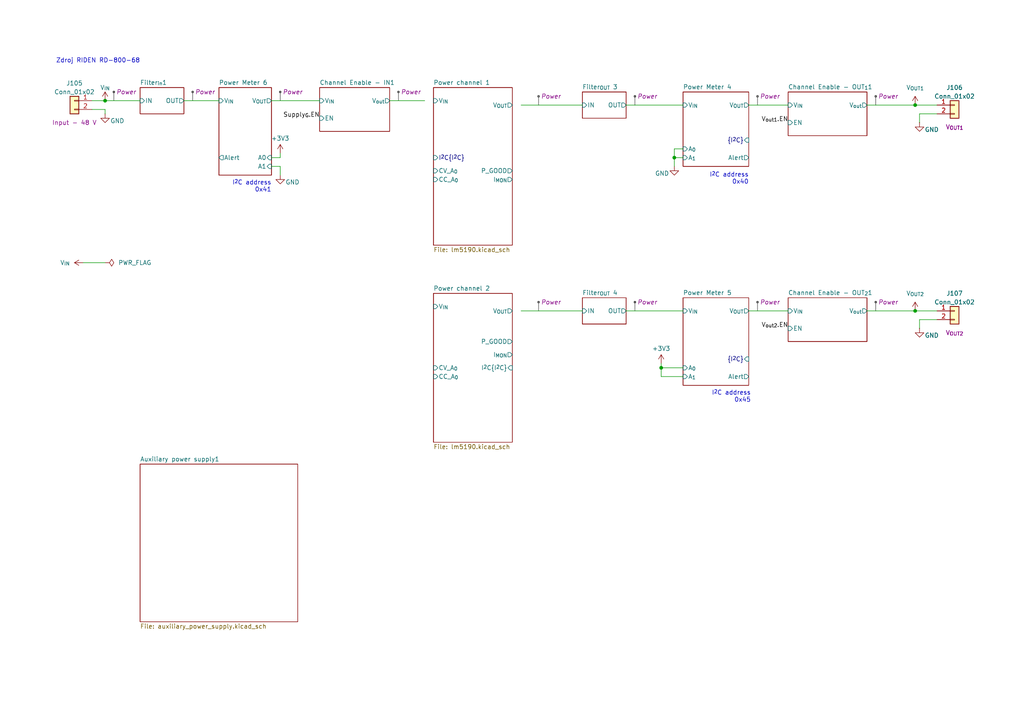
<source format=kicad_sch>
(kicad_sch (version 20250114) (generator "eeschema") (generator_version "9.0")
  (paper "A4")
  (title_block (title "${PROJECTNAME}") (date "2025-11-22") (rev "A.1") (company "David Haisman"))
  (lib_symbols
    (symbol "Connector_Generic:Conn_01x02" (pin_names (offset 1.016) (hide yes))
      (property "Reference" "J" (at 0 2.54 0))
      (property "Value" "Conn_01x02" (at 0 -5.08 0))
      (symbol "Conn_01x02_1_1"
        (rectangle (start -1.27 1.27) (end 1.27 -3.81) (stroke (width 0.254)) (fill (type background)))
        (rectangle (start -1.27 0.127) (end 0 -0.127) (stroke (width 0.1524)))
        (rectangle (start -1.27 -2.413) (end 0 -2.667) (stroke (width 0.1524)))
        (pin passive line (at -5.08 0 0) (length 3.81) (name "Pin_1") (number "1"))
        (pin passive line (at -5.08 -2.54 0) (length 3.81) (name "Pin_2") (number "2"))
      )
    )
    (symbol "Connector_Generic:Conn_01x06" (pin_names (offset 1.016) (hide yes))
      (property "Reference" "J" (at 0 7.62 0))
      (property "Value" "Conn_01x06" (at 0 -10.16 0))
      (symbol "Conn_01x06_1_1"
        (rectangle (start -1.27 6.35) (end 1.27 -8.89) (stroke (width 0.254)) (fill (type background)))
        (rectangle (start -1.27 5.207) (end 0 4.953) (stroke (width 0.1524)))
        (rectangle (start -1.27 2.667) (end 0 2.413) (stroke (width 0.1524)))
        (rectangle (start -1.27 0.127) (end 0 -0.127) (stroke (width 0.1524)))
        (rectangle (start -1.27 -2.413) (end 0 -2.667) (stroke (width 0.1524)))
        (rectangle (start -1.27 -4.953) (end 0 -5.207) (stroke (width 0.1524)))
        (rectangle (start -1.27 -7.493) (end 0 -7.747) (stroke (width 0.1524)))
        (pin passive line (at -5.08 5.08 0) (length 3.81) (name "Pin_1") (number "1"))
        (pin passive line (at -5.08 2.54 0) (length 3.81) (name "Pin_2") (number "2"))
        (pin passive line (at -5.08 0 0) (length 3.81) (name "Pin_3") (number "3"))
        (pin passive line (at -5.08 -2.54 0) (length 3.81) (name "Pin_4") (number "4"))
        (pin passive line (at -5.08 -5.08 0) (length 3.81) (name "Pin_5") (number "5"))
        (pin passive line (at -5.08 -7.62 0) (length 3.81) (name "Pin_6") (number "6"))
      )
    )
    (symbol "Device:R" (pin_numbers (hide yes)) (pin_names (offset 0))
      (property "Reference" "R" (at 2.032 0 90))
      (property "Value" "R" (at 0 0 90))
      (symbol "R_0_1"
        (rectangle (start -1.016 -2.54) (end 1.016 2.54) (stroke (width 0.254)))
      )
      (symbol "R_1_1"
        (pin passive line (at 0 3.81 270) (length 1.27) (name "~") (number "1"))
        (pin passive line (at 0 -3.81 90) (length 1.27) (name "~") (number "2"))
      )
    )
    (symbol "Power_supply:V_{IN}" (power) (pin_numbers (hide yes)) (pin_names (offset 0) (hide yes))
      (property "Value" "V_{IN}" (at 0 3.556 0))
      (symbol "V_{IN}_0_1"
        (polyline (pts (xy -0.762 1.27) (xy 0 2.54)))
        (polyline (pts (xy 0 2.54) (xy 0.762 1.27)))
        (polyline (pts (xy 0 0) (xy 0 2.54)))
      )
      (symbol "V_{IN}_1_1"
        (pin power_in line (at 0 0 90) (length 0) (name "~") (number "1"))
      )
    )
    (symbol "power:+3V3" (power) (pin_names (offset 0))
      (property "Value" "+3V3" (at 0 3.556 0))
      (symbol "+3V3_0_1"
        (polyline (pts (xy -0.762 1.27) (xy 0 2.54)))
        (polyline (pts (xy 0 2.54) (xy 0.762 1.27)))
        (polyline (pts (xy 0 0) (xy 0 2.54)))
      )
      (symbol "+3V3_1_1"
        (pin power_in line (at 0 0 90) (length 0) (hide yes) (name "+3V3") (number "1"))
      )
    )
    (symbol "power:+5V" (power) (pin_numbers (hide yes)) (pin_names (offset 0) (hide yes))
      (property "Value" "+5V" (at 0 3.556 0))
      (symbol "+5V_0_1"
        (polyline (pts (xy -0.762 1.27) (xy 0 2.54)))
        (polyline (pts (xy 0 2.54) (xy 0.762 1.27)))
        (polyline (pts (xy 0 0) (xy 0 2.54)))
      )
      (symbol "+5V_1_1"
        (pin power_in line (at 0 0 90) (length 0) (name "~") (number "1"))
      )
    )
    (symbol "power:GND" (power) (pin_numbers (hide yes)) (pin_names (offset 0) (hide yes))
      (property "Value" "GND" (at 0 -3.81 0))
      (symbol "GND_0_1"
        (polyline (pts (xy 0 0) (xy 0 -1.27) (xy 1.27 -1.27) (xy 0 -2.54) (xy -1.27 -1.27) (xy 0 -1.27)))
      )
      (symbol "GND_1_1"
        (pin power_in line (at 0 0 270) (length 0) (name "~") (number "1"))
      )
    )
    (symbol "power:PWR_FLAG" (power) (pin_numbers (hide yes)) (pin_names (offset 0) (hide yes))
      (property "Value" "PWR_FLAG" (at 0 3.81 0))
      (symbol "PWR_FLAG_0_0"
        (pin power_out line (at 0 0 90) (length 0) (name "pwr") (number "1"))
      )
      (symbol "PWR_FLAG_0_1"
        (polyline (pts (xy 0 0) (xy 0 1.27) (xy -1.016 1.905) (xy 0 2.54) (xy 1.016 1.905) (xy 0 1.27)))
      )
    )
  )
  (bus_alias "I^{2}C" (members "SDA" "SCL"))
  (text "I^{2}C address\n0x41" (at 78.74 55.88 0) (effects (font (size 1.27 1.27)) (justify right bottom)))
  (text "I^{2}C address\n0x??" (at 179.07 -55.626 0) (effects (font (size 1.27 1.27)) (justify right bottom)))
  (text "I^{2}C address\n0x40" (at 217.17 53.594 0) (effects (font (size 1.27 1.27)) (justify right bottom)))
  (text "I^{2}C address\n0x41" (at 76.2 -134.62 0) (effects (font (size 1.27 1.27)) (justify right bottom)))
  (text "I^{2}C address\n0x??" (at 179.07 -115.316 0) (effects (font (size 1.27 1.27)) (justify right bottom)))
  (text "Zdroj RIDEN RD-800-68" (at 40.64 18.415 0) (effects (font (size 1.27 1.27)) (justify right bottom)))
  (text "I^{2}C address\n0x40" (at 214.63 -136.906 0) (effects (font (size 1.27 1.27)) (justify right bottom)))
  (text "Zdroj RIDEN RD-800-68" (at 38.1 -172.085 0) (effects (font (size 1.27 1.27)) (justify right bottom)))
  (text "I^{2}C address\n0x45" (at 217.805 116.84 0) (effects (font (size 1.27 1.27)) (justify right bottom)))
  (text "I^{2}C address\n0x20" (at 147.32 -5.588 0) (effects (font (size 1.27 1.27)) (justify right bottom)))
  (text "I^{2}C address\n0x45" (at 215.265 -73.66 0) (effects (font (size 1.27 1.27)) (justify right bottom)))
  (junction (at 220.98 -83.82))
  (junction (at 265.43 30.48))
  (junction (at 153.67 -100.33))
  (junction (at 195.58 45.72))
  (junction (at 217.17 -144.78))
  (junction (at 265.43 90.17))
  (junction (at 247.65 -43.18))
  (junction (at 30.48 29.21))
  (junction (at 262.89 -160.02))
  (junction (at 256.54 -40.64))
  (junction (at 181.61 -124.46))
  (junction (at 262.89 -100.33))
  (junction (at 181.61 -67.31))
  (junction (at 153.67 -160.02))
  (junction (at 27.94 -161.29))
  (junction (at 191.77 106.68))
  (no_connect (at 147.32 -24.13))
  (no_connect (at 195.58 -144.78))
  (no_connect (at 147.32 -31.75))
  (no_connect (at 147.32 -29.21))
  (no_connect (at 147.32 -21.59))
  (no_connect (at 147.32 -13.97))
  (no_connect (at 147.32 -16.51))
  (no_connect (at 147.32 -36.83))
  (no_connect (at 147.32 -19.05))
  (no_connect (at 147.32 -26.67))
  (no_connect (at 195.58 -81.28))
  (bus_entry (at 232.41 -45.72) (size 2.54 2.54))
  (bus_entry (at 232.41 -43.18) (size 2.54 2.54))
  (wire (pts (xy 81.28 50.8) (xy 81.28 48.26)))
  (wire (pts (xy 264.16 -95.25) (xy 264.16 -97.79)))
  (wire (pts (xy 262.89 -100.33) (xy 269.24 -100.33)))
  (wire (pts (xy 153.67 -82.55) (xy 156.21 -82.55)))
  (wire (pts (xy 247.65 -46.99) (xy 247.65 -43.18)))
  (wire (pts (xy 234.95 -43.18) (xy 247.65 -43.18)))
  (wire (pts (xy 27.94 -157.48) (xy 27.94 -158.75)))
  (wire (pts (xy 148.59 -100.33) (xy 153.67 -100.33)))
  (wire (pts (xy 78.74 -139.7) (xy 78.74 -142.24)))
  (wire (pts (xy 266.7 35.56) (xy 266.7 33.02)))
  (wire (pts (xy 214.63 -83.82) (xy 220.98 -83.82)))
  (wire (pts (xy 153.67 -160.02) (xy 153.67 -142.24)))
  (wire (pts (xy 179.07 -127) (xy 181.61 -127)))
  (wire (pts (xy 220.98 -85.09) (xy 220.98 -83.82)))
  (wire (pts (xy 76.2 -161.29) (xy 90.17 -161.29)))
  (wire (pts (xy 153.67 -142.24) (xy 156.21 -142.24)))
  (wire (pts (xy 153.67 -160.02) (xy 166.37 -160.02)))
  (wire (pts (xy 248.92 -160.02) (xy 262.89 -160.02)))
  (wire (pts (xy 264.16 -157.48) (xy 269.24 -157.48)))
  (wire (pts (xy 251.46 30.48) (xy 265.43 30.48)))
  (wire (pts (xy 217.17 -147.32) (xy 217.17 -144.78)))
  (wire (pts (xy 264.16 -154.94) (xy 264.16 -157.48)))
  (wire (pts (xy 214.63 -100.33) (xy 226.06 -100.33)))
  (wire (pts (xy 265.43 30.48) (xy 271.78 30.48)))
  (wire (pts (xy 179.07 -160.02) (xy 195.58 -160.02)))
  (wire (pts (xy 24.13 -161.29) (xy 27.94 -161.29)))
  (wire (pts (xy 266.7 95.25) (xy 266.7 92.71)))
  (wire (pts (xy 256.54 -46.99) (xy 256.54 -40.64)))
  (wire (pts (xy 76.2 -142.24) (xy 78.74 -142.24)))
  (wire (pts (xy 181.61 -127) (xy 181.61 -124.46)))
  (wire (pts (xy 153.67 -100.33) (xy 166.37 -100.33)))
  (wire (pts (xy 234.95 -40.64) (xy 256.54 -40.64)))
  (wire (pts (xy 78.74 -146.05) (xy 78.74 -144.78)))
  (wire (pts (xy 217.17 -144.78) (xy 214.63 -144.78)))
  (wire (pts (xy 78.74 29.21) (xy 92.71 29.21)))
  (wire (pts (xy 247.65 -43.18) (xy 269.24 -43.18)))
  (wire (pts (xy 265.43 90.17) (xy 271.78 90.17)))
  (wire (pts (xy 181.61 -67.31) (xy 181.61 -64.77)))
  (wire (pts (xy 262.89 -160.02) (xy 269.24 -160.02)))
  (wire (pts (xy 27.94 -158.75) (xy 24.13 -158.75)))
  (wire (pts (xy 151.13 90.17) (xy 168.91 90.17)))
  (wire (pts (xy 153.67 -100.33) (xy 153.67 -82.55)))
  (wire (pts (xy 30.48 31.75) (xy 26.67 31.75)))
  (wire (pts (xy 217.17 90.17) (xy 228.6 90.17)))
  (wire (pts (xy 27.94 -161.29) (xy 38.1 -161.29)))
  (wire (pts (xy 78.74 45.72) (xy 81.28 45.72)))
  (wire (pts (xy 217.17 -142.24) (xy 217.17 -144.78)))
  (wire (pts (xy 256.54 -40.64) (xy 269.24 -40.64)))
  (wire (pts (xy 148.59 -64.77) (xy 156.21 -64.77)))
  (wire (pts (xy 198.12 43.18) (xy 195.58 43.18)))
  (wire (pts (xy 179.07 -67.31) (xy 181.61 -67.31)))
  (wire (pts (xy 50.8 -161.29) (xy 60.96 -161.29)))
  (wire (pts (xy 76.2 -144.78) (xy 78.74 -144.78)))
  (wire (pts (xy 181.61 90.17) (xy 198.12 90.17)))
  (wire (pts (xy 195.58 45.72) (xy 198.12 45.72)))
  (wire (pts (xy 220.98 -83.82) (xy 220.98 -81.28)))
  (wire (pts (xy 264.16 -97.79) (xy 269.24 -97.79)))
  (wire (pts (xy 214.63 -147.32) (xy 217.17 -147.32)))
  (wire (pts (xy 21.59 -114.3) (xy 27.94 -114.3)))
  (wire (pts (xy 181.61 -124.46) (xy 179.07 -124.46)))
  (wire (pts (xy 53.34 29.21) (xy 63.5 29.21)))
  (wire (pts (xy 26.67 29.21) (xy 30.48 29.21)))
  (wire (pts (xy 110.49 -161.29) (xy 120.65 -161.29)))
  (bus (pts (xy 179.07 -82.55) (xy 181.61 -82.55)))
  (wire (pts (xy 181.61 -121.92) (xy 181.61 -124.46)))
  (wire (pts (xy 30.48 29.21) (xy 40.64 29.21)))
  (wire (pts (xy 266.7 92.71) (xy 271.78 92.71)))
  (bus (pts (xy 232.41 -54.61) (xy 232.41 -45.72)))
  (wire (pts (xy 266.7 33.02) (xy 271.78 33.02)))
  (bus (pts (xy 232.41 -45.72) (xy 232.41 -43.18)))
  (bus (pts (xy 179.07 -142.24) (xy 181.61 -142.24)))
  (wire (pts (xy 151.13 30.48) (xy 168.91 30.48)))
  (wire (pts (xy 191.77 105.41) (xy 191.77 106.68)))
  (wire (pts (xy 30.48 33.02) (xy 30.48 31.75)))
  (wire (pts (xy 191.77 109.22) (xy 198.12 109.22)))
  (wire (pts (xy 148.59 -160.02) (xy 153.67 -160.02)))
  (wire (pts (xy 181.61 -68.58) (xy 181.61 -67.31)))
  (wire (pts (xy 181.61 30.48) (xy 198.12 30.48)))
  (wire (pts (xy 198.12 106.68) (xy 191.77 106.68)))
  (wire (pts (xy 217.17 30.48) (xy 228.6 30.48)))
  (wire (pts (xy 24.13 76.2) (xy 30.48 76.2)))
  (wire (pts (xy 251.46 90.17) (xy 265.43 90.17)))
  (wire (pts (xy 191.77 106.68) (xy 191.77 109.22)))
  (wire (pts (xy 148.59 -124.46) (xy 156.21 -124.46)))
  (wire (pts (xy 195.58 43.18) (xy 195.58 45.72)))
  (wire (pts (xy 179.07 -100.33) (xy 195.58 -100.33)))
  (wire (pts (xy 214.63 -160.02) (xy 226.06 -160.02)))
  (wire (pts (xy 181.61 -64.77) (xy 179.07 -64.77)))
  (wire (pts (xy 220.98 -81.28) (xy 214.63 -81.28)))
  (wire (pts (xy 113.03 29.21) (xy 123.19 29.21)))
  (wire (pts (xy 248.92 -100.33) (xy 262.89 -100.33)))
  (wire (pts (xy 195.58 48.26) (xy 195.58 45.72)))
  (wire (pts (xy 81.28 44.45) (xy 81.28 45.72)))
  (wire (pts (xy 78.74 48.26) (xy 81.28 48.26)))
  (label "{I^{2}C}" (at 232.41 -54.61 0))
  (label "Supply_{1}.PG" (at 147.32 -46.99 0))
  (label "V_{out2}.EN" (at 226.06 -95.25 180))
  (label "{I^{2}C}" (at 181.61 -142.24 0))
  (label "Supply_{1}.EN" (at 147.32 -52.07 0))
  (label "SDA" (at 234.95 -43.18 0))
  (label "~{INT_{TCA}}" (at 269.24 -38.1 180))
  (label "Supply_{G}.EN" (at 92.71 34.29 180))
  (label "V_{out2}.EN" (at 228.6 95.25 180))
  (label "~{INT_{TCA}}" (at 116.84 -13.97 180))
  (label "V_{out2}.EN" (at 147.32 -39.37 0))
  (label "Supply_{2}.PG" (at 120.65 -78.74 180))
  (label "Supply_{2}.EN" (at 120.65 -102.87 180))
  (label "Supply_{1}.EN" (at 120.65 -105.41 180))
  (label "Supply_{2}.EN" (at 147.32 -49.53 0))
  (label "SCL" (at 234.95 -40.64 0))
  (label "{I^{2}C}" (at 181.61 -82.55 0))
  (label "Supply_{2}.PG" (at 147.32 -44.45 0))
  (label "V_{out1}.EN" (at 228.6 35.56 180))
  (label "V_{out1}.EN" (at 147.32 -41.91 0))
  (label "Supply_{G}.EN" (at 147.32 -54.61 0))
  (label "V_{out1}.EN" (at 226.06 -154.94 180))
  (label "Supply_{1}.PG" (at 120.65 -81.28 180))
  (label "Supply_{G}.EN" (at 90.17 -156.21 180))
  (netclass_flag "" (length 2.54) (shape dot) (at 81.28 29.21 0) (property "Netclass" "Power" (at 81.9785 26.67 0) (effects (font (italic yes)) (justify left))))
  (netclass_flag "" (length 2.54) (shape dot) (at 55.88 29.21 0) (property "Netclass" "Power" (at 56.5785 26.67 0) (effects (font (italic yes)) (justify left))))
  (netclass_flag "" (length 2.54) (shape dot) (at 254 30.48 0) (property "Netclass" "Power" (at 254.6985 27.94 0) (effects (font (italic yes)) (justify left))))
  (netclass_flag "" (length 2.54) (shape dot) (at 30.48 -161.29 0) (property "Netclass" "Power" (at 31.1785 -163.83 0) (effects (font (italic yes)) (justify left))))
  (netclass_flag "" (length 2.54) (shape dot) (at 181.61 -160.02 0) (property "Netclass" "Power" (at 182.3085 -162.56 0) (effects (font (italic yes)) (justify left))))
  (netclass_flag "" (length 2.54) (shape dot) (at 217.17 -100.33 0) (property "Netclass" "Power" (at 217.8685 -102.87 0) (effects (font (italic yes)) (justify left))))
  (netclass_flag "" (length 2.54) (shape dot) (at 156.21 30.48 0) (property "Netclass" "Power" (at 156.9085 27.94 0) (effects (font (italic yes)) (justify left))))
  (netclass_flag "" (length 2.54) (shape dot) (at 184.15 30.48 0) (property "Netclass" "Power" (at 184.8485 27.94 0) (effects (font (italic yes)) (justify left))))
  (netclass_flag "" (length 2.54) (shape dot) (at 254 90.17 0) (property "Netclass" "Power" (at 254.6985 87.63 0) (effects (font (italic yes)) (justify left))))
  (netclass_flag "" (length 2.54) (shape dot) (at 33.02 29.21 0) (property "Netclass" "Power" (at 33.7185 26.67 0) (effects (font (italic yes)) (justify left))))
  (netclass_flag "" (length 2.54) (shape dot) (at 219.71 90.17 0) (property "Netclass" "Power" (at 220.4085 87.63 0) (effects (font (italic yes)) (justify left))))
  (netclass_flag "" (length 2.54) (shape dot) (at 78.74 -161.29 0) (property "Netclass" "Power" (at 79.4385 -163.83 0) (effects (font (italic yes)) (justify left))))
  (netclass_flag "" (length 2.54) (shape dot) (at 115.57 29.21 0) (property "Netclass" "Power" (at 116.2685 26.67 0) (effects (font (italic yes)) (justify left))))
  (netclass_flag "" (length 2.54) (shape dot) (at 251.46 -100.33 0) (property "Netclass" "Power" (at 252.1585 -102.87 0) (effects (font (italic yes)) (justify left))))
  (netclass_flag "" (length 2.54) (shape dot) (at 153.67 -160.02 0) (property "Netclass" "Power" (at 154.3685 -162.56 0) (effects (font (italic yes)) (justify left))))
  (netclass_flag "" (length 2.54) (shape dot) (at 184.15 90.17 0) (property "Netclass" "Power" (at 184.8485 87.63 0) (effects (font (italic yes)) (justify left))))
  (netclass_flag "" (length 2.54) (shape dot) (at 53.34 -161.29 0) (property "Netclass" "Power" (at 54.0385 -163.83 0) (effects (font (italic yes)) (justify left))))
  (netclass_flag "" (length 2.54) (shape dot) (at 156.21 90.17 0) (property "Netclass" "Power" (at 156.9085 87.63 0) (effects (font (italic yes)) (justify left))))
  (netclass_flag "" (length 2.54) (shape dot) (at 251.46 -160.02 0) (property "Netclass" "Power" (at 252.1585 -162.56 0) (effects (font (italic yes)) (justify left))))
  (netclass_flag "" (length 2.54) (shape dot) (at 217.17 -160.02 0) (property "Netclass" "Power" (at 217.8685 -162.56 0) (effects (font (italic yes)) (justify left))))
  (netclass_flag "" (length 2.54) (shape dot) (at 113.03 -161.29 0) (property "Netclass" "Power" (at 113.7285 -163.83 0) (effects (font (italic yes)) (justify left))))
  (netclass_flag "" (length 2.54) (shape dot) (at 153.67 -100.33 0) (property "Netclass" "Power" (at 154.3685 -102.87 0) (effects (font (italic yes)) (justify left))))
  (netclass_flag "" (length 2.54) (shape dot) (at 219.71 30.48 0) (property "Netclass" "Power" (at 220.4085 27.94 0) (effects (font (italic yes)) (justify left))))
  (netclass_flag "" (length 2.54) (shape dot) (at 181.61 -100.33 0) (property "Netclass" "Power" (at 182.3085 -102.87 0) (effects (font (italic yes)) (justify left))))
  (symbol (lib_id "power:+3V3") (at 220.98 -85.09 0) (mirror y) (unit 1)
    (property "Reference" "#PWR0109" (effects (hide yes)))
    (property "Value" "+3V3" (at 220.98 -89.408 0))
  )
  (symbol (lib_id "power:GND") (at 266.7 95.25 0) (unit 1)
    (property "Reference" "#PWR0129" (effects (hide yes)))
    (property "Value" "GND" (at 270.256 97.282 0))
    (property "Description" "Power symbol creates a global label with name \"GND\" , ground" (effects (hide yes)))
  )
  (symbol (lib_id "Power_supply:V_{IN}") (at 24.13 76.2 90) (unit 1)
    (property "Reference" "#PWR0127" (effects (hide yes)))
    (property "Value" "V_{IN}" (at 20.32 76.1999 90) (effects (justify left)))
    (property "Description" "Power symbol creates a global label with name {dblquote}V_{IN}{dblquote}" (effects (hide yes)))
  )
  (symbol (lib_id "power:GND") (at 264.16 -154.94 0) (unit 1)
    (property "Reference" "#PWR0112" (effects (hide yes)))
    (property "Value" "GND" (at 267.716 -152.908 0))
    (property "Description" "Power symbol creates a global label with name \"GND\" , ground" (effects (hide yes)))
  )
  (symbol (lib_id "power:GND") (at 217.17 -142.24 0) (unit 1)
    (property "Reference" "#PWR0108" (effects (hide yes)))
    (property "Value" "GND" (at 220.726 -140.208 0))
    (property "Description" "Power symbol creates a global label with name \"GND\" , ground" (effects (hide yes)))
  )
  (symbol (lib_id "power:GND") (at 264.16 -95.25 0) (unit 1)
    (property "Reference" "#PWR0113" (effects (hide yes)))
    (property "Value" "GND" (at 267.716 -93.218 0))
    (property "Description" "Power symbol creates a global label with name \"GND\" , ground" (effects (hide yes)))
  )
  (symbol (lib_id "Power_supply:V_{IN}") (at 265.43 90.17 0) (unit 1)
    (property "Reference" "#PWR0128" (effects (hide yes)))
    (property "Value" "V_{OUT2}" (at 265.43 85.09 0))
    (property "Description" "Power symbol creates a global label with name {dblquote}V_{IN}{dblquote}" (effects (hide yes)))
  )
  (symbol (lib_id "Power_supply:V_{IN}") (at 27.94 -161.29 0) (unit 1)
    (property "Reference" "#PWR0102" (effects (hide yes)))
    (property "Value" "V_{IN}" (at 27.94 -165.1 0))
    (property "Description" "Power symbol creates a global label with name {dblquote}V_{IN}{dblquote}" (effects (hide yes)))
  )
  (symbol (lib_id "Connector_Generic:Conn_01x02") (at 274.32 -160.02 0) (unit 1)
    (property "Reference" "J102" (at 274.32 -165.1 0))
    (property "Value" "Conn_01x02" (at 274.32 -162.56 0))
    (property "Field4" "V_{OUT1}" (at 274.32 -153.67 0))
  )
  (symbol (lib_id "power:+3V3") (at 256.54 -54.61 0) (mirror y) (unit 1)
    (property "Reference" "#PWR0111" (effects (hide yes)))
    (property "Value" "+3V3" (at 256.54 -60.325 90))
  )
  (symbol (lib_id "power:GND") (at 195.58 48.26 0) (mirror y) (unit 1)
    (property "Reference" "#PWR0124" (effects (hide yes)))
    (property "Value" "GND" (at 192.024 50.292 0))
    (property "Description" "Power symbol creates a global label with name \"GND\" , ground" (effects (hide yes)))
  )
  (symbol (lib_id "power:GND") (at 78.74 -139.7 0) (unit 1)
    (property "Reference" "#PWR0105" (effects (hide yes)))
    (property "Value" "GND" (at 82.296 -137.668 0))
    (property "Description" "Power symbol creates a global label with name \"GND\" , ground" (effects (hide yes)))
  )
  (symbol (lib_id "Connector_Generic:Conn_01x02") (at 276.86 90.17 0) (unit 1)
    (property "Reference" "J107" (at 276.86 85.09 0))
    (property "Value" "Conn_01x02" (at 276.86 87.63 0))
    (property "Field4" "V_{OUT2}" (at 276.86 96.52 0))
  )
  (symbol (lib_id "Connector_Generic:Conn_01x02") (at 21.59 29.21 0) (mirror y) (unit 1)
    (property "Reference" "J105" (at 21.59 24.13 0))
    (property "Value" "Conn_01x02" (at 21.59 26.67 0))
    (property "Field4" "Input - 48 V" (at 21.59 35.56 0))
  )
  (symbol (lib_id "Power_supply:V_{IN}") (at 21.59 -114.3 90) (unit 1)
    (property "Reference" "#PWR0101" (effects (hide yes)))
    (property "Value" "V_{IN}" (at 17.78 -114.3001 90) (effects (justify left)))
    (property "Description" "Power symbol creates a global label with name {dblquote}V_{IN}{dblquote}" (effects (hide yes)))
  )
  (symbol (lib_id "Power_supply:V_{IN}") (at 262.89 -160.02 0) (unit 1)
    (property "Reference" "#PWR0117" (effects (hide yes)))
    (property "Value" "V_{OUT1}" (at 262.89 -165.1 0))
    (property "Description" "Power symbol creates a global label with name {dblquote}V_{IN}{dblquote}" (effects (hide yes)))
  )
  (symbol (lib_id "power:GND") (at 269.24 -45.72 270) (unit 1)
    (property "Reference" "#PWR0116" (effects (hide yes)))
    (property "Value" "GND" (at 264.16 -45.72 90))
    (property "Description" "Power symbol creates a global label with name \"GND\" , ground" (effects (hide yes)))
  )
  (symbol (lib_id "power:+3V3") (at 269.24 -50.8 90) (mirror x) (unit 1)
    (property "Reference" "#PWR0114" (effects (hide yes)))
    (property "Value" "+3V3" (at 263.525 -50.8 90))
  )
  (symbol (lib_id "power:+3V3") (at 191.77 105.41 0) (unit 1)
    (property "Reference" "#PWR0130" (effects (hide yes)))
    (property "Value" "+3V3" (at 191.77 101.092 0))
  )
  (symbol (lib_id "Device:R") (at 256.54 -50.8 180) (unit 1)
    (property "Reference" "R102" (at 254.254 -50.8 90))
    (property "Value" "10k" (at 258.826 -50.8 90))
  )
  (symbol (lib_id "Device:R") (at 247.65 -50.8 180) (unit 1)
    (property "Reference" "R101" (at 245.364 -50.8 90))
    (property "Value" "10k" (at 249.936 -50.8 90))
  )
  (symbol (lib_id "Connector_Generic:Conn_01x06") (at 274.32 -45.72 0) (unit 1)
    (property "Reference" "J104" (at 274.32 -54.356 0))
    (property "Value" "Conn_01x06" (at 274.32 -35.56 0))
    (property "Description" "Generic connector, single row, 01x06, script generated (kicad-library-utils/schlib/autogen/connector/)" (effects (hide yes)))
  )
  (symbol (lib_id "Connector_Generic:Conn_01x02") (at 276.86 30.48 0) (unit 1)
    (property "Reference" "J106" (at 276.86 25.4 0))
    (property "Value" "Conn_01x02" (at 276.86 27.94 0))
    (property "Field4" "V_{OUT1}" (at 276.86 36.83 0))
  )
  (symbol (lib_id "power:+3V3") (at 81.28 44.45 0) (mirror y) (unit 1)
    (property "Reference" "#PWR0123" (effects (hide yes)))
    (property "Value" "+3V3" (at 81.28 40.132 0))
  )
  (symbol (lib_id "power:+3V3") (at 78.74 -146.05 0) (mirror y) (unit 1)
    (property "Reference" "#PWR0104" (effects (hide yes)))
    (property "Value" "+3V3" (at 78.74 -150.368 0))
  )
  (symbol (lib_id "Power_supply:V_{IN}") (at 262.89 -100.33 0) (unit 1)
    (property "Reference" "#PWR0118" (effects (hide yes)))
    (property "Value" "V_{OUT2}" (at 262.89 -105.41 0))
    (property "Description" "Power symbol creates a global label with name {dblquote}V_{IN}{dblquote}" (effects (hide yes)))
  )
  (symbol (lib_id "power:GND") (at 266.7 35.56 0) (unit 1)
    (property "Reference" "#PWR0122" (effects (hide yes)))
    (property "Value" "GND" (at 270.256 37.592 0))
    (property "Description" "Power symbol creates a global label with name \"GND\" , ground" (effects (hide yes)))
  )
  (symbol (lib_id "power:+3V3") (at 181.61 -68.58 0) (mirror y) (unit 1)
    (property "Reference" "#PWR0107" (effects (hide yes)))
    (property "Value" "+3V3" (at 181.61 -72.898 0))
  )
  (symbol (lib_id "Connector_Generic:Conn_01x02") (at 19.05 -161.29 0) (mirror y) (unit 1)
    (property "Reference" "J101" (at 19.05 -166.37 0))
    (property "Value" "Conn_01x02" (at 19.05 -163.83 0))
    (property "Field4" "Input - 48 V" (at 19.05 -154.94 0))
  )
  (symbol (lib_id "power:PWR_FLAG") (at 30.48 76.2 270) (unit 1)
    (property "Reference" "#FLG0102" (effects (hide yes)))
    (property "Value" "PWR_FLAG" (at 34.29 76.1999 90) (effects (justify left)))
  )
  (symbol (lib_id "power:+5V") (at 269.24 -48.26 90) (mirror x) (unit 1)
    (property "Reference" "#PWR0115" (effects (hide yes)))
    (property "Value" "+5V" (at 265.43 -48.2601 90) (effects (justify left)))
    (property "Description" "Power symbol creates a global label with name \"+5V\"" (effects (hide yes)))
  )
  (symbol (lib_id "power:+3V3") (at 247.65 -54.61 0) (mirror y) (unit 1)
    (property "Reference" "#PWR0110" (effects (hide yes)))
    (property "Value" "+3V3" (at 247.65 -60.325 90))
  )
  (symbol (lib_id "power:GND") (at 27.94 -157.48 0) (unit 1)
    (property "Reference" "#PWR0103" (effects (hide yes)))
    (property "Value" "GND" (at 31.496 -155.448 0))
    (property "Description" "Power symbol creates a global label with name \"GND\" , ground" (effects (hide yes)))
  )
  (symbol (lib_id "power:GND") (at 81.28 50.8 0) (unit 1)
    (property "Reference" "#PWR0125" (effects (hide yes)))
    (property "Value" "GND" (at 84.836 52.832 0))
    (property "Description" "Power symbol creates a global label with name \"GND\" , ground" (effects (hide yes)))
  )
  (symbol (lib_id "power:GND") (at 181.61 -121.92 0) (unit 1)
    (property "Reference" "#PWR0106" (effects (hide yes)))
    (property "Value" "GND" (at 185.166 -119.888 0))
    (property "Description" "Power symbol creates a global label with name \"GND\" , ground" (effects (hide yes)))
  )
  (symbol (lib_id "power:PWR_FLAG") (at 27.94 -114.3 270) (unit 1)
    (property "Reference" "#FLG0101" (effects (hide yes)))
    (property "Value" "PWR_FLAG" (at 31.75 -114.3001 90) (effects (justify left)))
  )
  (symbol (lib_id "Power_supply:V_{IN}") (at 30.48 29.21 0) (unit 1)
    (property "Reference" "#PWR0119" (effects (hide yes)))
    (property "Value" "V_{IN}" (at 30.48 25.4 0))
    (property "Description" "Power symbol creates a global label with name {dblquote}V_{IN}{dblquote}" (effects (hide yes)))
  )
  (symbol (lib_id "Connector_Generic:Conn_01x02") (at 274.32 -100.33 0) (unit 1)
    (property "Reference" "J103" (at 274.32 -105.41 0))
    (property "Value" "Conn_01x02" (at 274.32 -102.87 0))
    (property "Field4" "V_{OUT2}" (at 274.32 -93.98 0))
  )
  (symbol (lib_id "power:GND") (at 30.48 33.02 0) (unit 1)
    (property "Reference" "#PWR0121" (effects (hide yes)))
    (property "Value" "GND" (at 34.036 35.052 0))
    (property "Description" "Power symbol creates a global label with name \"GND\" , ground" (effects (hide yes)))
  )
  (symbol (lib_id "Power_supply:V_{IN}") (at 265.43 30.48 0) (unit 1)
    (property "Reference" "#PWR0120" (effects (hide yes)))
    (property "Value" "V_{OUT1}" (at 265.43 25.4 0))
    (property "Description" "Power symbol creates a global label with name {dblquote}V_{IN}{dblquote}" (effects (hide yes)))
  )
  (sheet (at 60.96 -165.1) (size 15.24 25.4) (stroke (width 0.1524))
    (property "Sheetname" "Power Meter 3" (at 60.96 -165.8116 0) (effects (justify left bottom)))
    (property "Sheetfile" "power_meter.kicad_sch" (effects (hide yes)))
    (pin "Alert" output (at 60.96 -144.78 180))
    (pin "V_{OUT}" output (at 76.2 -161.29 0))
    (pin "V_{IN}" input (at 60.96 -161.29 180))
    (pin "A0" input (at 76.2 -144.78 0))
    (pin "A1" input (at 76.2 -142.24 0))
  )
  (sheet (at 198.12 86.36) (size 19.05 25.4) (stroke (width 0.1524))
    (property "Sheetname" "Power Meter 5" (at 198.12 85.6484 0) (effects (justify left bottom)))
    (property "Sheetfile" "power_meter.kicad_sch" (effects (hide yes)))
    (pin "Alert" output (at 217.17 109.22 0))
    (pin "V_{OUT}" output (at 217.17 90.17 0))
    (pin "V_{IN}" input (at 198.12 90.17 180))
    (pin "{I^{2}C}" input (at 217.17 104.14 0))
    (pin "A_{0}" input (at 198.12 106.68 180))
    (pin "A_{1}" input (at 198.12 109.22 180))
  )
  (sheet (at 166.37 -163.83) (size 12.7 7.62) (stroke (width 0.1524))
    (property "Sheetname" "Filter_{OUT} 1" (at 166.37 -164.5416 0) (effects (justify left bottom)))
    (property "Sheetfile" "filter_output.kicad_sch" (effects (hide yes)))
    (pin "OUT" output (at 179.07 -160.02 0))
    (pin "IN" input (at 166.37 -160.02 180))
  )
  (sheet (at 228.6 86.36) (size 22.86 12.7) (stroke (width 0.1524))
    (property "Sheetname" "Channel Enable - OUT_{2}1" (at 228.6 85.6484 0) (effects (justify left bottom)))
    (property "Sheetfile" "channel_enable.kicad_sch" (effects (hide yes)))
    (pin "EN" input (at 228.6 95.25 180))
    (pin "V_{IN}" input (at 228.6 90.17 180))
    (pin "V_{out}" output (at 251.46 90.17 0))
  )
  (sheet (at 156.21 -86.36) (size 22.86 25.4) (stroke (width 0.1524))
    (property "Sheetname" "Feedback loop 2" (at 156.21 -87.0716 0) (effects (justify left bottom)))
    (property "Sheetfile" "feedback_loop2.kicad_sch" (effects (hide yes)))
    (pin "AD_{0}" input (at 179.07 -67.31 0))
    (pin "AD_{1}" input (at 179.07 -64.77 0))
    (pin "FB_{OUT}" output (at 156.21 -64.77 180))
    (pin "{I^{2}C}" input (at 179.07 -82.55 0))
    (pin "FB_{IN}" input (at 156.21 -82.55 180))
  )
  (sheet (at 168.91 86.36) (size 12.7 7.62) (stroke (width 0.1524))
    (property "Sheetname" "Filter_{OUT} 4" (at 168.91 85.6484 0) (effects (justify left bottom)))
    (property "Sheetfile" "filter_output.kicad_sch" (effects (hide yes)))
    (pin "OUT" output (at 181.61 90.17 0))
    (pin "IN" input (at 168.91 90.17 180))
  )
  (sheet (at 198.12 26.67) (size 19.05 21.59) (stroke (width 0.1524))
    (property "Sheetname" "Power Meter 4" (at 198.12 25.9584 0) (effects (justify left bottom)))
    (property "Sheetfile" "power_meter.kicad_sch" (effects (hide yes)))
    (pin "Alert" output (at 217.17 45.72 0))
    (pin "V_{OUT}" output (at 217.17 30.48 0))
    (pin "V_{IN}" input (at 198.12 30.48 180))
    (pin "{I^{2}C}" input (at 217.17 40.64 0))
    (pin "A_{0}" input (at 198.12 43.18 180))
    (pin "A_{1}" input (at 198.12 45.72 180))
  )
  (sheet (at 63.5 25.4) (size 15.24 25.4) (stroke (width 0.1524))
    (property "Sheetname" "Power Meter 6" (at 63.5 24.6884 0) (effects (justify left bottom)))
    (property "Sheetfile" "power_meter.kicad_sch" (effects (hide yes)))
    (pin "Alert" output (at 63.5 45.72 180))
    (pin "V_{OUT}" output (at 78.74 29.21 0))
    (pin "V_{IN}" input (at 63.5 29.21 180))
    (pin "A0" input (at 78.74 45.72 0))
    (pin "A1" input (at 78.74 48.26 0))
  )
  (sheet (at 38.1 -165.1) (size 12.7 7.62) (stroke (width 0.1524))
    (property "Sheetname" "Filter_{in}" (at 38.1 -165.8116 0) (effects (justify left bottom)))
    (property "Sheetfile" "filter_input.kicad_sch" (effects (hide yes)))
    (pin "IN" input (at 38.1 -161.29 180))
    (pin "OUT" output (at 50.8 -161.29 0))
  )
  (sheet (at 125.73 85.09) (size 22.86 43.18) (stroke (width 0.1524))
    (property "Sheetname" "Power channel 2" (at 125.73 84.3784 0) (effects (justify left bottom)))
    (property "Sheetfile" "lm5190.kicad_sch" (at 125.73 128.8546 0) (effects (justify left top)))
    (pin "CC_A_{0}" input (at 125.73 109.22 180))
    (pin "CV_A_{0}" input (at 125.73 106.68 180))
    (pin "I^{2}C{I^{2}C}" input (at 148.59 106.68 0))
    (pin "I_{MON}" output (at 148.59 102.87 0))
    (pin "P_GOOD" output (at 148.59 99.06 0))
    (pin "V_{IN}" input (at 125.73 88.9 180))
    (pin "V_{OUT}" output (at 148.59 90.17 0))
  )
  (sheet (at 228.6 26.67) (size 22.86 12.7) (stroke (width 0.1524))
    (property "Sheetname" "Channel Enable - OUT_{1}1" (at 228.6 25.9584 0) (effects (justify left bottom)))
    (property "Sheetfile" "channel_enable.kicad_sch" (effects (hide yes)))
    (pin "EN" input (at 228.6 35.56 180))
    (pin "V_{IN}" input (at 228.6 30.48 180))
    (pin "V_{out}" output (at 251.46 30.48 0))
  )
  (sheet (at 166.37 -104.14) (size 12.7 7.62) (stroke (width 0.1524))
    (property "Sheetname" "Filter_{OUT} 2" (at 166.37 -104.8516 0) (effects (justify left bottom)))
    (property "Sheetfile" "filter_output.kicad_sch" (effects (hide yes)))
    (pin "OUT" output (at 179.07 -100.33 0))
    (pin "IN" input (at 166.37 -100.33 180))
  )
  (sheet (at 226.06 -163.83) (size 22.86 12.7) (stroke (width 0.1524))
    (property "Sheetname" "Channel Enable - OUT_{1}" (at 226.06 -164.5416 0) (effects (justify left bottom)))
    (property "Sheetfile" "channel_enable.kicad_sch" (effects (hide yes)))
    (pin "EN" input (at 226.06 -154.94 180))
    (pin "V_{IN}" input (at 226.06 -160.02 180))
    (pin "V_{out}" output (at 248.92 -160.02 0))
  )
  (sheet (at 40.64 134.62) (size 45.72 45.72) (stroke (width 0.1524))
    (property "Sheetname" "Auxiliary power supply1" (at 40.64 133.9084 0) (effects (justify left bottom)))
    (property "Sheetfile" "auxiliary_power_supply.kicad_sch" (at 40.64 180.9246 0) (effects (justify left top)))
  )
  (sheet (at 226.06 -104.14) (size 22.86 12.7) (stroke (width 0.1524))
    (property "Sheetname" "Channel Enable - OUT_{2}" (at 226.06 -104.8516 0) (effects (justify left bottom)))
    (property "Sheetfile" "channel_enable.kicad_sch" (effects (hide yes)))
    (pin "EN" input (at 226.06 -95.25 180))
    (pin "V_{IN}" input (at 226.06 -100.33 180))
    (pin "V_{out}" output (at 248.92 -100.33 0))
  )
  (sheet (at 125.73 25.4) (size 22.86 45.72) (stroke (width 0.1524))
    (property "Sheetname" "Power channel 1" (at 125.73 24.6884 0) (effects (justify left bottom)))
    (property "Sheetfile" "lm5190.kicad_sch" (at 125.73 71.7046 0) (effects (justify left top)))
    (pin "CC_A_{0}" input (at 125.73 52.07 180))
    (pin "CV_A_{0}" input (at 125.73 49.53 180))
    (pin "I^{2}C{I^{2}C}" input (at 125.73 45.72 180))
    (pin "I_{MON}" output (at 148.59 52.07 0))
    (pin "P_GOOD" output (at 148.59 49.53 0))
    (pin "V_{IN}" input (at 125.73 29.21 180))
    (pin "V_{OUT}" output (at 148.59 30.48 0))
  )
  (sheet (at 168.91 26.67) (size 12.7 7.62) (stroke (width 0.1524))
    (property "Sheetname" "Filter_{OUT} 3" (at 168.91 25.9584 0) (effects (justify left bottom)))
    (property "Sheetfile" "filter_output.kicad_sch" (effects (hide yes)))
    (pin "OUT" output (at 181.61 30.48 0))
    (pin "IN" input (at 168.91 30.48 180))
  )
  (sheet (at 120.65 -165.1) (size 27.94 104.14) (stroke (width 0.1524))
    (property "Sheetname" "Power supply" (at 120.65 -165.8116 0) (effects (justify left bottom)))
    (property "Sheetfile" "power_supply.kicad_sch" (effects (hide yes)))
    (pin "Input" input (at 120.65 -161.29 180))
    (pin "PG1" output (at 120.65 -81.28 180))
    (pin "FB2" input (at 148.59 -64.77 0))
    (pin "EN2" input (at 120.65 -102.87 180))
    (pin "FB1" input (at 148.59 -124.46 0))
    (pin "EN1" input (at 120.65 -105.41 180))
    (pin "PG2" output (at 120.65 -78.74 180))
    (pin "V_{out1}" output (at 148.59 -160.02 0))
    (pin "V_{out2}" output (at 148.59 -100.33 0))
  )
  (sheet (at 116.84 -55.88) (size 30.48 44.45) (stroke (width 0.1524))
    (property "Sheetname" "GPIO expander" (at 116.84 -56.5916 0) (effects (justify left bottom)))
    (property "Sheetfile" "gpio_expander.kicad_sch" (effects (hide yes)))
    (pin "~{INT_{TCA}}" output (at 116.84 -13.97 180))
    (pin "P_{13}" bidirectional (at 147.32 -24.13 0))
    (pin "P_{10}" bidirectional (at 147.32 -31.75 0))
    (pin "P_{14}" bidirectional (at 147.32 -21.59 0))
    (pin "P_{15}" bidirectional (at 147.32 -19.05 0))
    (pin "P_{16}" bidirectional (at 147.32 -16.51 0))
    (pin "P_{11}" bidirectional (at 147.32 -29.21 0))
    (pin "P_{12}" bidirectional (at 147.32 -26.67 0))
    (pin "P_{17}" bidirectional (at 147.32 -13.97 0))
    (pin "P_{01}" bidirectional (at 147.32 -52.07 0))
    (pin "P_{02}" bidirectional (at 147.32 -49.53 0))
    (pin "P_{03}" bidirectional (at 147.32 -46.99 0))
    (pin "P_{00}" bidirectional (at 147.32 -54.61 0))
    (pin "P_{04}" bidirectional (at 147.32 -44.45 0))
    (pin "P_{06}" bidirectional (at 147.32 -39.37 0))
    (pin "P_{05}" bidirectional (at 147.32 -41.91 0))
    (pin "P_{07}" bidirectional (at 147.32 -36.83 0))
  )
  (sheet (at 156.21 -146.05) (size 22.86 25.4) (stroke (width 0.1524))
    (property "Sheetname" "Feedback loop 3" (at 156.21 -146.7616 0) (effects (justify left bottom)))
    (property "Sheetfile" "feedback_loop2.kicad_sch" (effects (hide yes)))
    (pin "AD_{0}" input (at 179.07 -127 0))
    (pin "AD_{1}" input (at 179.07 -124.46 0))
    (pin "FB_{OUT}" output (at 156.21 -124.46 180))
    (pin "{I^{2}C}" input (at 179.07 -142.24 0))
    (pin "FB_{IN}" input (at 156.21 -142.24 180))
  )
  (sheet (at 195.58 -163.83) (size 19.05 21.59) (stroke (width 0.1524))
    (property "Sheetname" "Power Meter 1" (at 195.58 -164.5416 0) (effects (justify left bottom)))
    (property "Sheetfile" "power_meter.kicad_sch" (effects (hide yes)))
    (pin "Alert" output (at 195.58 -144.78 180))
    (pin "V_{OUT}" output (at 214.63 -160.02 0))
    (pin "V_{IN}" input (at 195.58 -160.02 180))
    (pin "A0" input (at 214.63 -147.32 0))
    (pin "A1" input (at 214.63 -144.78 0))
  )
  (sheet (at 195.58 -104.14) (size 19.05 25.4) (stroke (width 0.1524))
    (property "Sheetname" "Power Meter 2" (at 195.58 -104.8516 0) (effects (justify left bottom)))
    (property "Sheetfile" "power_meter.kicad_sch" (effects (hide yes)))
    (pin "Alert" output (at 195.58 -81.28 180))
    (pin "V_{OUT}" output (at 214.63 -100.33 0))
    (pin "V_{IN}" input (at 195.58 -100.33 180))
    (pin "A0" input (at 214.63 -83.82 0))
    (pin "A1" input (at 214.63 -81.28 0))
  )
  (sheet (at 40.64 25.4) (size 12.7 7.62) (stroke (width 0.1524))
    (property "Sheetname" "Filter_{in}1" (at 40.64 24.6884 0) (effects (justify left bottom)))
    (property "Sheetfile" "filter_input.kicad_sch" (effects (hide yes)))
    (pin "IN" input (at 40.64 29.21 180))
    (pin "OUT" output (at 53.34 29.21 0))
  )
  (sheet (at 90.17 -165.1) (size 20.32 12.7) (stroke (width 0.1524))
    (property "Sheetname" "Channel Enable - IN" (at 90.17 -165.8116 0) (effects (justify left bottom)))
    (property "Sheetfile" "channel_enable.kicad_sch" (effects (hide yes)))
    (pin "EN" input (at 90.17 -156.21 180))
    (pin "V_{IN}" input (at 90.17 -161.29 180))
    (pin "V_{out}" output (at 110.49 -161.29 0))
  )
  (sheet (at 38.1 -55.88) (size 45.72 45.72) (stroke (width 0.1524))
    (property "Sheetname" "Auxiliary power supply" (at 38.1 -56.5916 0) (effects (justify left bottom)))
    (property "Sheetfile" "auxiliary_power_supply.kicad_sch" (at 38.1 -9.5754 0) (effects (justify left top)))
  )
  (sheet (at 92.71 25.4) (size 20.32 12.7) (stroke (width 0.1524))
    (property "Sheetname" "Channel Enable - IN1" (at 92.71 24.6884 0) (effects (justify left bottom)))
    (property "Sheetfile" "channel_enable.kicad_sch" (effects (hide yes)))
    (pin "EN" input (at 92.71 34.29 180))
    (pin "V_{IN}" input (at 92.71 29.21 180))
    (pin "V_{out}" output (at 113.03 29.21 0))
  )
)
</source>
